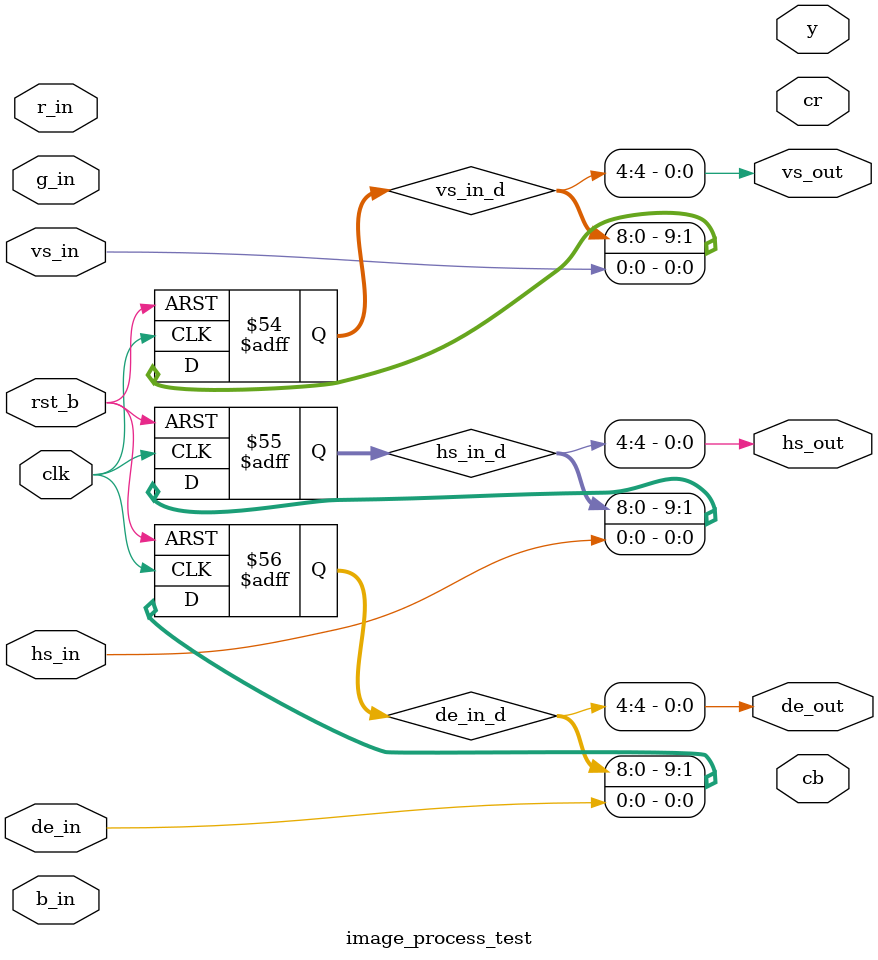
<source format=v>

module image_process_test(
	input			clk,
	input			rst_b,

	input			vs_in,
	input			hs_in,
	input			de_in,

	input	[7:0]	r_in,
	input	[7:0]	g_in,
	input	[7:0]	b_in,
	
	output			vs_out,
	output			hs_out,
	output			de_out,

	output	[7:0]	y,
	output	[7:0]	cb,
	output	[7:0]	cr

);

reg		[9:0]	vs_in_d;
reg		[9:0]	hs_in_d;
reg		[9:0]	de_in_d;

reg		[7:0]	r_in_d1;
reg		[7:0]	g_in_d1;
reg		[7:0]	b_in_d1;
always @(posedge clk or negedge rst_b) begin
	if(!rst_b)begin
		vs_in_d	<=	10'd0;
		hs_in_d	<=	10'd0;
		de_in_d	<=	10'd0;
		
		r_in_d1	<=	8'd0;
		g_in_d1	<=	8'd0;
		b_in_d1	<=	8'd0;
	end else begin
		vs_in_d	<=	{vs_in_d[8:0], vs_in};
		hs_in_d	<=	{hs_in_d[8:0], hs_in};
		de_in_d	<=	{de_in_d[8:0], de_in};
		
		r_in_d1	<=	r_in;
		g_in_d1	<=	g_in;
		b_in_d1	<=	b_in;
	end
end

reg		[7:0]	Y_data ;
reg		[7:0]	cb_data;
reg		[7:0]	cr_data;

always @(posedge clk or negedge rst_b) begin
	if(!rst_b)begin
		Y_data 	<=	8'd0;
		cb_data	<=	8'd0;
		cr_data	<=	8'd0;
	end else begin
		Y_data 	<=	16+ (((r_in<<6) +(r_in<<1) + (g_in<<7) + g_in + (b_in <<4) +(b_in<<3) + b_in ) >>8);
		cb_data	<=	128+ ((-((r_in<<5)+(r_in<<2)+(r_in<<1))-((g_in<<6)+(g_in<<3)+(g_in<<1))+(b_in<<7)-(b_in<<4))>>8);
		cr_data	<=	128+(((r_in<<7)-(r_in<<4)-((g_in<<6)+(g_in<<5)-(g_in<<1))-((b_in<<4)+(b_in<<1)))>>8);
	end
end

assign		y_out	=	Y_data ;	
assign		cb_out	=	cb_data;
assign		cr_out	=	cr_data;

assign		vs_out	=	vs_in_d[4];
assign		hs_out	=	hs_in_d[4];
assign		de_out	=	de_in_d[4];
//wire			vs_h_delay;
//wire			hs_h_delay;
//wire			de_h_delay;
//
//
//wire			vs_sobel;
//wire			hs_sobel;
//wire			de_sobel;
//wire	[7:0]	y_sobel;	
//
//wire			vs_check;
//wire			hs_check;
//wire			de_check;
//wire	[7:0]	y_check ;
//wire	[7:0]	cb_check;
//wire	[7:0]	cr_check;
//rgb2ycbcr	rgb2ycbcr(// 5clk delay, BT.709
//	.clk		(clk	),
//	.rst_b		(rst_b	),
//                        
//	.vs_in		(vs_in	),
//	.hs_in		(hs_in	),
//	.de_in		(de_in	),
//                        
//	.r_in		(r_in	),
//	.g_in		(g_in	),
//	.b_in		(b_in	),
//	
//	.vs_out		(vs_check),
//	.hs_out		(hs_check),
//	.de_out		(de_check),
//
//	.y_out		(y_check ),
//	.cb_out		(cb_check),
//	.cr_out		(cr_check)
//
//);
//sobel_filter	sobel_filter(
//	.clk		(clk		),
//	.rst_b		(rst_b		),
//                            
//	.vs_in		(vs_in_d[0]		),
//	.hs_in		(hs_in_d[0]		),
//	.de_in		(de_in_d[0]		),
//
//	.y_in		(Y_data 	),
//
//	.vs_out		(vs_sobel),
//	.hs_out		(hs_sobel),
//	.de_out		(de_sobel),
//
//	.y_out		(y_sobel)
//	
//
//);
//
//image_write	image_write(
//	.clk		(clk	),
//	.rst_b		(rst_b	),
//
//	.vs_in		(vs_sobel),
//	.hs_in		(hs_sobel),
//	.de_in		(de_sobel),
//
//	.r_in		(y_sobel),
//	.g_in		(y_sobel),
//	.b_in		(y_sobel)
//
//);

endmodule

</source>
